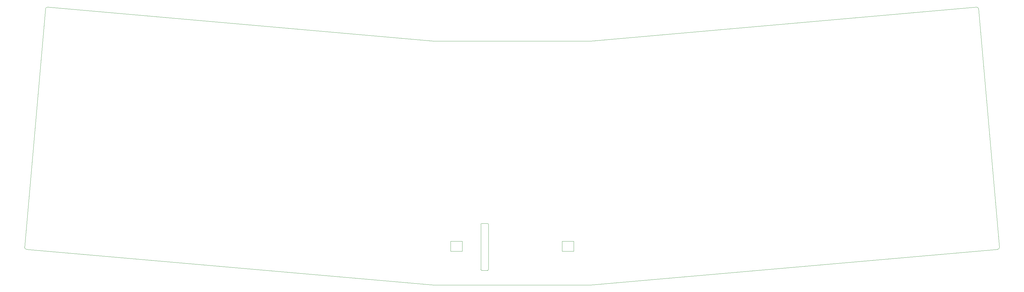
<source format=gbr>
%TF.GenerationSoftware,KiCad,Pcbnew,(7.0.0)*%
%TF.CreationDate,2024-04-20T20:10:29+02:00*%
%TF.ProjectId,Arrowhead,4172726f-7768-4656-9164-2e6b69636164,rev?*%
%TF.SameCoordinates,Original*%
%TF.FileFunction,Profile,NP*%
%FSLAX46Y46*%
G04 Gerber Fmt 4.6, Leading zero omitted, Abs format (unit mm)*
G04 Created by KiCad (PCBNEW (7.0.0)) date 2024-04-20 20:10:29*
%MOMM*%
%LPD*%
G01*
G04 APERTURE LIST*
%TA.AperFunction,Profile*%
%ADD10C,0.100000*%
%TD*%
%TA.AperFunction,Profile*%
%ADD11C,0.050000*%
%TD*%
%TA.AperFunction,Profile*%
%ADD12C,0.120000*%
%TD*%
G04 APERTURE END LIST*
D10*
X326907798Y-24792095D02*
G75*
G03*
X326237333Y-24240731I-629298J-81905D01*
G01*
X332899664Y-100165667D02*
G75*
G03*
X333451034Y-99495245I-81864J629267D01*
G01*
X35635448Y-24245836D02*
G75*
G03*
X34965002Y-24797247I-41148J-633264D01*
G01*
X28421489Y-99481306D02*
G75*
G03*
X28972856Y-100151750I633211J-41194D01*
G01*
X205463302Y-34931361D02*
X156486697Y-34918638D01*
X205463302Y-34931361D02*
X326237333Y-24240730D01*
X326907777Y-24792098D02*
X333451035Y-99495245D01*
X28972856Y-100151750D02*
X156459788Y-111303128D01*
X34965001Y-24797247D02*
X28421488Y-99481306D01*
X205436393Y-111315851D02*
X156459788Y-111303128D01*
X205436393Y-111315851D02*
X332899667Y-100165689D01*
X35635445Y-24245879D02*
X156486697Y-34918638D01*
D11*
%TO.C,EN1*%
X173275000Y-106760500D02*
X171475000Y-106760500D01*
X173575000Y-106460500D02*
X173575000Y-92364500D01*
X171175000Y-92364500D02*
X171175000Y-106460500D01*
X173275000Y-92064500D02*
X171475000Y-92064500D01*
X171175000Y-106460500D02*
G75*
G03*
X171475000Y-106760500I300000J0D01*
G01*
X173275000Y-106760500D02*
G75*
G03*
X173575000Y-106460500I0J300000D01*
G01*
X171475000Y-92064500D02*
G75*
G03*
X171175000Y-92364500I0J-300000D01*
G01*
X173575000Y-92364500D02*
G75*
G03*
X173275000Y-92064500I-300000J0D01*
G01*
D12*
%TO.C,LED1*%
X161712500Y-97668750D02*
X165312500Y-97668750D01*
X161712500Y-100768750D02*
X161712500Y-97668750D01*
X165312500Y-97668750D02*
X165312500Y-100768750D01*
X165312500Y-100768750D02*
X161712500Y-100768750D01*
%TO.C,LED2*%
X196637500Y-97668750D02*
X200237500Y-97668750D01*
X196637500Y-100768750D02*
X196637500Y-97668750D01*
X200237500Y-97668750D02*
X200237500Y-100768750D01*
X200237500Y-100768750D02*
X196637500Y-100768750D01*
%TD*%
M02*

</source>
